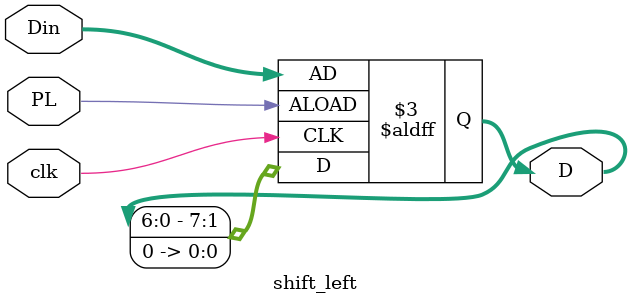
<source format=v>
module shift_left (
    input [7:0] Din,
    input PL,
    input clk,
    output reg [7:0] D
);
    always @(negedge clk, negedge PL) begin
        if (PL == 0)
            D <= Din;
        else begin
            D[0] <= 0;
            D[7:1] <= D[6:0];
        end
    end
endmodule
</source>
